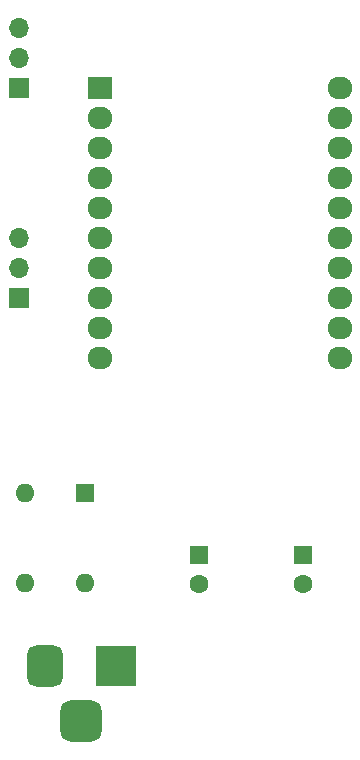
<source format=gbr>
%TF.GenerationSoftware,KiCad,Pcbnew,(6.0.0)*%
%TF.CreationDate,2022-01-07T23:51:12+01:00*%
%TF.ProjectId,50Hz_Monitor,3530487a-5f4d-46f6-9e69-746f722e6b69,rev?*%
%TF.SameCoordinates,Original*%
%TF.FileFunction,Soldermask,Bot*%
%TF.FilePolarity,Negative*%
%FSLAX46Y46*%
G04 Gerber Fmt 4.6, Leading zero omitted, Abs format (unit mm)*
G04 Created by KiCad (PCBNEW (6.0.0)) date 2022-01-07 23:51:12*
%MOMM*%
%LPD*%
G01*
G04 APERTURE LIST*
G04 Aperture macros list*
%AMRoundRect*
0 Rectangle with rounded corners*
0 $1 Rounding radius*
0 $2 $3 $4 $5 $6 $7 $8 $9 X,Y pos of 4 corners*
0 Add a 4 corners polygon primitive as box body*
4,1,4,$2,$3,$4,$5,$6,$7,$8,$9,$2,$3,0*
0 Add four circle primitives for the rounded corners*
1,1,$1+$1,$2,$3*
1,1,$1+$1,$4,$5*
1,1,$1+$1,$6,$7*
1,1,$1+$1,$8,$9*
0 Add four rect primitives between the rounded corners*
20,1,$1+$1,$2,$3,$4,$5,0*
20,1,$1+$1,$4,$5,$6,$7,0*
20,1,$1+$1,$6,$7,$8,$9,0*
20,1,$1+$1,$8,$9,$2,$3,0*%
G04 Aperture macros list end*
%ADD10O,2.100000X1.900000*%
%ADD11R,2.100000X1.900000*%
%ADD12R,1.600000X1.600000*%
%ADD13C,1.600000*%
%ADD14R,3.500000X3.500000*%
%ADD15RoundRect,0.750000X-0.750000X-1.000000X0.750000X-1.000000X0.750000X1.000000X-0.750000X1.000000X0*%
%ADD16RoundRect,0.875000X-0.875000X-0.875000X0.875000X-0.875000X0.875000X0.875000X-0.875000X0.875000X0*%
%ADD17R,1.700000X1.700000*%
%ADD18O,1.700000X1.700000*%
%ADD19O,1.600000X1.600000*%
G04 APERTURE END LIST*
D10*
%TO.C,A1*%
X130048000Y-88900000D03*
X130048000Y-91440000D03*
X130048000Y-93980000D03*
X130048000Y-96520000D03*
X130048000Y-99060000D03*
X130048000Y-101600000D03*
X130048000Y-104140000D03*
X130048000Y-106680000D03*
X130048000Y-109220000D03*
X130048000Y-111760000D03*
X109728000Y-111760000D03*
X109728000Y-109220000D03*
X109728000Y-106680000D03*
X109728000Y-104140000D03*
X109728000Y-101600000D03*
X109728000Y-99060000D03*
X109728000Y-96520000D03*
X109728000Y-93980000D03*
X109728000Y-91440000D03*
D11*
X109728000Y-88900000D03*
%TD*%
D12*
%TO.C,C2*%
X126949200Y-128378606D03*
D13*
X126949200Y-130878606D03*
%TD*%
%TO.C,C3*%
X118160800Y-130878605D03*
D12*
X118160800Y-128378605D03*
%TD*%
D14*
%TO.C,J1*%
X111125000Y-137795000D03*
D15*
X105125000Y-137795000D03*
D16*
X108125000Y-142495000D03*
%TD*%
D17*
%TO.C,J2*%
X102870000Y-88900000D03*
D18*
X102870000Y-86360000D03*
X102870000Y-83820000D03*
%TD*%
D17*
%TO.C,J3*%
X102870000Y-106680000D03*
D18*
X102870000Y-104140000D03*
X102870000Y-101600000D03*
%TD*%
D12*
%TO.C,D1*%
X108470400Y-123190000D03*
D19*
X103390400Y-123190000D03*
X103390400Y-130810000D03*
X108470400Y-130810000D03*
%TD*%
M02*

</source>
